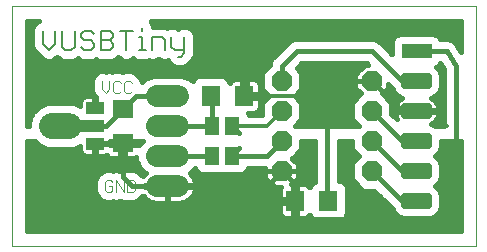
<source format=gtl>
G75*
%MOIN*%
%OFA0B0*%
%FSLAX24Y24*%
%IPPOS*%
%LPD*%
%AMOC8*
5,1,8,0,0,1.08239X$1,22.5*
%
%ADD10C,0.0000*%
%ADD11C,0.0060*%
%ADD12C,0.0030*%
%ADD13R,0.0630X0.0709*%
%ADD14C,0.0720*%
%ADD15R,0.0512X0.0591*%
%ADD16R,0.0630X0.0710*%
%ADD17R,0.1000X0.0500*%
%ADD18C,0.0250*%
%ADD19R,0.0709X0.0630*%
%ADD20R,0.0591X0.0394*%
%ADD21R,0.0787X0.0394*%
%ADD22C,0.0866*%
%ADD23OC8,0.0680*%
%ADD24C,0.0160*%
%ADD25C,0.0120*%
D10*
X000100Y000100D02*
X000100Y008096D01*
X015570Y008096D01*
X015570Y000100D01*
X000100Y000100D01*
D11*
X005641Y006416D02*
X005747Y006416D01*
X005854Y006523D01*
X005854Y007057D01*
X005427Y007057D02*
X005427Y006737D01*
X005534Y006630D01*
X005854Y006630D01*
X005209Y006630D02*
X005209Y006950D01*
X005103Y007057D01*
X004782Y007057D01*
X004782Y006630D01*
X004566Y006630D02*
X004353Y006630D01*
X004460Y006630D02*
X004460Y007057D01*
X004353Y007057D01*
X004460Y007271D02*
X004460Y007377D01*
X004135Y007271D02*
X003708Y007271D01*
X003922Y007271D02*
X003922Y006630D01*
X003491Y006737D02*
X003491Y006844D01*
X003384Y006950D01*
X003064Y006950D01*
X002846Y006844D02*
X002846Y006737D01*
X002739Y006630D01*
X002526Y006630D01*
X002419Y006737D01*
X002202Y006737D02*
X002095Y006630D01*
X001881Y006630D01*
X001775Y006737D01*
X001775Y007271D01*
X001557Y007271D02*
X001557Y006844D01*
X001344Y006630D01*
X001130Y006844D01*
X001130Y007271D01*
X002202Y007271D02*
X002202Y006737D01*
X002419Y007057D02*
X002526Y006950D01*
X002739Y006950D01*
X002846Y006844D01*
X003064Y006630D02*
X003384Y006630D01*
X003491Y006737D01*
X003384Y006950D02*
X003491Y007057D01*
X003491Y007164D01*
X003384Y007271D01*
X003064Y007271D01*
X003064Y006630D01*
X002419Y007057D02*
X002419Y007164D01*
X002526Y007271D01*
X002739Y007271D01*
X002846Y007164D01*
D12*
X003115Y005585D02*
X003115Y005338D01*
X003238Y005215D01*
X003362Y005338D01*
X003362Y005585D01*
X003483Y005524D02*
X003483Y005277D01*
X003545Y005215D01*
X003668Y005215D01*
X003730Y005277D01*
X003852Y005277D02*
X003913Y005215D01*
X004037Y005215D01*
X004099Y005277D01*
X003852Y005277D02*
X003852Y005524D01*
X003913Y005585D01*
X004037Y005585D01*
X004099Y005524D01*
X003730Y005524D02*
X003668Y005585D01*
X003545Y005585D01*
X003483Y005524D01*
X003400Y002285D02*
X003277Y002285D01*
X003215Y002224D01*
X003215Y001977D01*
X003277Y001915D01*
X003400Y001915D01*
X003462Y001977D01*
X003462Y002100D01*
X003338Y002100D01*
X003462Y002224D02*
X003400Y002285D01*
X003583Y002285D02*
X003830Y001915D01*
X003830Y002285D01*
X003952Y002285D02*
X004137Y002285D01*
X004199Y002224D01*
X004199Y001977D01*
X004137Y001915D01*
X003952Y001915D01*
X003952Y002285D01*
X003583Y002285D02*
X003583Y001915D01*
D13*
X009549Y001600D03*
X010651Y001600D03*
D14*
X005660Y002100D02*
X004940Y002100D01*
X004940Y003100D02*
X005660Y003100D01*
X005660Y004100D02*
X004940Y004100D01*
X004940Y005100D02*
X005660Y005100D01*
D15*
X006765Y004100D03*
X007435Y004100D03*
X007435Y003100D03*
X006765Y003100D03*
D16*
X006740Y005100D03*
X007860Y005100D03*
D17*
X013600Y006600D03*
D18*
X013975Y005475D02*
X013225Y005475D01*
X013225Y005725D01*
X013975Y005725D01*
X013975Y005475D01*
X013975Y005724D02*
X013225Y005724D01*
X013225Y004475D02*
X013975Y004475D01*
X013225Y004475D02*
X013225Y004725D01*
X013975Y004725D01*
X013975Y004475D01*
X013975Y004724D02*
X013225Y004724D01*
X013225Y003475D02*
X013975Y003475D01*
X013225Y003475D02*
X013225Y003725D01*
X013975Y003725D01*
X013975Y003475D01*
X013975Y003724D02*
X013225Y003724D01*
X013225Y002475D02*
X013975Y002475D01*
X013225Y002475D02*
X013225Y002725D01*
X013975Y002725D01*
X013975Y002475D01*
X013975Y002724D02*
X013225Y002724D01*
X013225Y001475D02*
X013975Y001475D01*
X013225Y001475D02*
X013225Y001725D01*
X013975Y001725D01*
X013975Y001475D01*
X013975Y001724D02*
X013225Y001724D01*
D19*
X003800Y003549D03*
X003800Y004651D03*
D20*
X002880Y004690D03*
X002880Y003510D03*
D21*
X002780Y004100D03*
D22*
X002025Y004100D02*
X001435Y004100D01*
D23*
X009100Y003600D03*
X009100Y002600D03*
X012100Y002600D03*
X012100Y003600D03*
X012100Y004600D03*
X012100Y005600D03*
X009100Y005600D03*
X009100Y004600D03*
D24*
X009760Y004609D02*
X011440Y004609D01*
X011440Y004767D02*
X009760Y004767D01*
X009760Y004873D02*
X009533Y005100D01*
X009760Y005327D01*
X009760Y005873D01*
X009600Y006034D01*
X009766Y006200D01*
X011934Y006200D01*
X011994Y006140D01*
X011876Y006140D01*
X011560Y005824D01*
X011560Y005600D01*
X012100Y005600D01*
X013100Y004600D01*
X013600Y004600D01*
X013645Y004609D02*
X014500Y004609D01*
X014300Y004645D02*
X014300Y004757D01*
X014288Y004820D01*
X014263Y004879D01*
X014227Y004932D01*
X014182Y004977D01*
X014129Y005013D01*
X014076Y005035D01*
X014227Y005098D01*
X014352Y005223D01*
X014420Y005386D01*
X014420Y005814D01*
X014352Y005977D01*
X014260Y006070D01*
X014281Y006079D01*
X014371Y006169D01*
X014380Y006189D01*
X014500Y005989D01*
X014500Y004100D01*
X014229Y004100D01*
X014227Y004102D01*
X014076Y004165D01*
X014129Y004187D01*
X014182Y004223D01*
X014227Y004268D01*
X014263Y004321D01*
X014288Y004380D01*
X014300Y004443D01*
X014300Y004555D01*
X013645Y004555D01*
X013645Y004645D01*
X014300Y004645D01*
X014298Y004767D02*
X014500Y004767D01*
X014500Y004926D02*
X014232Y004926D01*
X014194Y005084D02*
X014500Y005084D01*
X014500Y005243D02*
X014360Y005243D01*
X014420Y005401D02*
X014500Y005401D01*
X014500Y005560D02*
X014420Y005560D01*
X014420Y005718D02*
X014500Y005718D01*
X014500Y005877D02*
X014394Y005877D01*
X014473Y006035D02*
X014294Y006035D01*
X014900Y006100D02*
X014600Y006600D01*
X013600Y006600D01*
X014281Y007121D02*
X014371Y007031D01*
X014384Y007000D01*
X014570Y007000D01*
X014620Y007007D01*
X014649Y007000D01*
X014680Y007000D01*
X014726Y006981D01*
X014774Y006969D01*
X014799Y006951D01*
X014827Y006939D01*
X014862Y006904D01*
X014902Y006874D01*
X014918Y006848D01*
X014939Y006827D01*
X014958Y006780D01*
X015090Y006561D01*
X015090Y007600D01*
X004732Y007600D01*
X004756Y007576D01*
X004810Y007447D01*
X004810Y007407D01*
X005172Y007407D01*
X005265Y007369D01*
X005357Y007407D01*
X005497Y007407D01*
X005625Y007354D01*
X005641Y007338D01*
X005656Y007354D01*
X005784Y007407D01*
X005924Y007407D01*
X006052Y007354D01*
X006151Y007255D01*
X006204Y007127D01*
X006204Y006454D01*
X006151Y006325D01*
X006044Y006218D01*
X005946Y006120D01*
X005817Y006066D01*
X005571Y006066D01*
X005442Y006120D01*
X005344Y006218D01*
X005312Y006294D01*
X005279Y006280D01*
X005140Y006280D01*
X005011Y006333D01*
X004996Y006349D01*
X004981Y006333D01*
X004852Y006280D01*
X004713Y006280D01*
X004674Y006296D01*
X004636Y006280D01*
X004283Y006280D01*
X004154Y006333D01*
X004137Y006351D01*
X004120Y006333D01*
X003991Y006280D01*
X003852Y006280D01*
X003723Y006333D01*
X003653Y006404D01*
X003584Y006335D01*
X003582Y006333D01*
X003582Y006333D01*
X003508Y006303D01*
X003454Y006280D01*
X002994Y006280D01*
X002902Y006318D01*
X002864Y006303D01*
X002809Y006280D01*
X002456Y006280D01*
X002328Y006333D01*
X002310Y006351D01*
X002293Y006333D01*
X002216Y006301D01*
X002164Y006280D01*
X001812Y006280D01*
X001683Y006333D01*
X001612Y006404D01*
X001542Y006333D01*
X001413Y006280D01*
X001274Y006280D01*
X001219Y006303D01*
X001145Y006333D01*
X001145Y006333D01*
X001047Y006432D01*
X000833Y006645D01*
X000780Y006774D01*
X000780Y007340D01*
X000833Y007469D01*
X000932Y007567D01*
X001011Y007600D01*
X000600Y007600D01*
X000600Y004100D01*
X000682Y004100D01*
X000682Y004250D01*
X000796Y004527D01*
X001008Y004738D01*
X001285Y004853D01*
X002175Y004853D01*
X002385Y004766D01*
X002385Y004913D01*
X002398Y004964D01*
X002425Y005010D01*
X002462Y005047D01*
X002507Y005073D01*
X002558Y005087D01*
X002861Y005087D01*
X002861Y004709D01*
X002898Y004709D01*
X002898Y005081D01*
X002831Y005149D01*
X002780Y005272D01*
X002780Y005652D01*
X002831Y005775D01*
X002925Y005869D01*
X003048Y005920D01*
X003182Y005920D01*
X003238Y005897D01*
X003295Y005920D01*
X003429Y005920D01*
X003453Y005910D01*
X003456Y005911D01*
X003478Y005920D01*
X003478Y005920D01*
X003478Y005920D01*
X003544Y005920D01*
X003612Y005920D01*
X003612Y005920D01*
X003735Y005920D01*
X003791Y005897D01*
X003825Y005911D01*
X003847Y005920D01*
X003847Y005920D01*
X003913Y005920D01*
X003980Y005920D01*
X003980Y005920D01*
X004103Y005920D01*
X004227Y005869D01*
X004321Y005775D01*
X004383Y005713D01*
X004434Y005590D01*
X004434Y005555D01*
X004555Y005676D01*
X004805Y005780D01*
X005795Y005780D01*
X006045Y005676D01*
X006134Y005588D01*
X006154Y005636D01*
X006244Y005726D01*
X006362Y005775D01*
X007119Y005775D01*
X007236Y005726D01*
X007326Y005636D01*
X007365Y005543D01*
X007385Y005578D01*
X007422Y005615D01*
X007468Y005641D01*
X007519Y005655D01*
X007782Y005655D01*
X007782Y005177D01*
X007937Y005177D01*
X008375Y005177D01*
X008375Y005481D01*
X008361Y005532D01*
X008335Y005578D01*
X008298Y005615D01*
X008252Y005641D01*
X008201Y005655D01*
X007937Y005655D01*
X007937Y005177D01*
X007937Y005023D01*
X008375Y005023D01*
X008375Y004719D01*
X008361Y004668D01*
X008335Y004622D01*
X008298Y004585D01*
X008252Y004559D01*
X008201Y004545D01*
X007975Y004545D01*
X008002Y004480D01*
X008440Y004480D01*
X008440Y004873D01*
X008667Y005100D01*
X008440Y005327D01*
X008440Y005873D01*
X008700Y006133D01*
X008700Y006180D01*
X008761Y006327D01*
X008873Y006439D01*
X009373Y006939D01*
X009520Y007000D01*
X012180Y007000D01*
X012327Y006939D01*
X012439Y006827D01*
X012780Y006486D01*
X012780Y006914D01*
X012829Y007031D01*
X012919Y007121D01*
X013036Y007170D01*
X014164Y007170D01*
X014281Y007121D01*
X014225Y007145D02*
X015090Y007145D01*
X015090Y007303D02*
X006103Y007303D01*
X006197Y007145D02*
X012975Y007145D01*
X012810Y006986D02*
X012213Y006986D01*
X012438Y006828D02*
X012780Y006828D01*
X012780Y006669D02*
X012597Y006669D01*
X012755Y006511D02*
X012780Y006511D01*
X012100Y006600D02*
X009600Y006600D01*
X009100Y006100D01*
X009100Y005600D01*
X009760Y005560D02*
X011560Y005560D01*
X011560Y005600D02*
X011560Y005376D01*
X011751Y005185D01*
X011440Y004873D01*
X011440Y004327D01*
X011667Y004100D01*
X009533Y004100D01*
X009760Y004327D01*
X009760Y004873D01*
X009708Y004926D02*
X011492Y004926D01*
X011651Y005084D02*
X009549Y005084D01*
X009676Y005243D02*
X011694Y005243D01*
X011560Y005401D02*
X009760Y005401D01*
X010100Y005100D02*
X010100Y004600D01*
X010600Y004100D01*
X009725Y004292D02*
X011475Y004292D01*
X011440Y004450D02*
X009760Y004450D01*
X009566Y004133D02*
X011634Y004133D01*
X011440Y003600D02*
X011000Y003600D01*
X011000Y002274D01*
X011030Y002274D01*
X011147Y002226D01*
X011237Y002136D01*
X011286Y002018D01*
X011286Y001182D01*
X011237Y001064D01*
X011147Y000974D01*
X011030Y000926D01*
X010273Y000926D01*
X010155Y000974D01*
X010065Y001064D01*
X010034Y001140D01*
X010024Y001123D01*
X009987Y001086D01*
X009941Y001059D01*
X009890Y001046D01*
X009626Y001046D01*
X009626Y001523D01*
X009471Y001523D01*
X009034Y001523D01*
X009034Y001219D01*
X009047Y001168D01*
X009074Y001123D01*
X009111Y001086D01*
X009157Y001059D01*
X009208Y001046D01*
X009471Y001046D01*
X009471Y001523D01*
X009471Y001677D01*
X009034Y001677D01*
X009034Y001981D01*
X009047Y002032D01*
X009064Y002060D01*
X008876Y002060D01*
X008560Y002376D01*
X008560Y002600D01*
X009100Y002600D01*
X008600Y002100D01*
X005300Y002100D01*
X004100Y002100D01*
X003800Y002400D01*
X003800Y003549D01*
X003761Y003510D01*
X002880Y003510D01*
X002898Y003499D02*
X003723Y003499D01*
X003723Y003471D02*
X003375Y003471D01*
X003375Y003491D01*
X002898Y003491D01*
X002898Y003113D01*
X003202Y003113D01*
X003252Y003127D01*
X003271Y003137D01*
X003286Y003111D01*
X003323Y003074D01*
X003368Y003047D01*
X003419Y003034D01*
X003723Y003034D01*
X003723Y003471D01*
X003877Y003471D01*
X003877Y003034D01*
X004181Y003034D01*
X004232Y003047D01*
X004260Y003064D01*
X004260Y002965D01*
X004364Y002715D01*
X004555Y002524D01*
X004567Y002519D01*
X004513Y002465D01*
X004478Y002417D01*
X004421Y002475D01*
X004327Y002569D01*
X004203Y002620D01*
X003764Y002620D01*
X003715Y002600D01*
X003714Y002601D01*
X003681Y002607D01*
X003650Y002620D01*
X003616Y002620D01*
X003584Y002627D01*
X003550Y002620D01*
X003517Y002620D01*
X003492Y002610D01*
X003467Y002620D01*
X003343Y002620D01*
X003276Y002620D01*
X003210Y002620D01*
X003188Y002611D01*
X003087Y002569D01*
X003086Y002568D01*
X002993Y002475D01*
X002931Y002413D01*
X002880Y002290D01*
X002880Y002224D01*
X002880Y001910D01*
X002931Y001787D01*
X003087Y001631D01*
X003210Y001580D01*
X003399Y001580D01*
X003467Y001580D01*
X003492Y001590D01*
X003517Y001580D01*
X003650Y001580D01*
X003698Y001600D01*
X003699Y001600D01*
X003732Y001593D01*
X003764Y001580D01*
X003797Y001580D01*
X003830Y001573D01*
X003863Y001580D01*
X004136Y001580D01*
X004203Y001580D01*
X004327Y001631D01*
X004388Y001693D01*
X004388Y001693D01*
X004478Y001783D01*
X004513Y001735D01*
X004575Y001673D01*
X004646Y001621D01*
X004725Y001581D01*
X004809Y001554D01*
X004896Y001540D01*
X005280Y001540D01*
X005280Y002080D01*
X004534Y002080D01*
X004534Y002120D01*
X005280Y002120D01*
X005280Y002080D01*
X005320Y002080D01*
X005320Y002120D01*
X006220Y002120D01*
X006220Y002144D01*
X006206Y002231D01*
X008705Y002231D01*
X008560Y002390D02*
X006141Y002390D01*
X006139Y002394D02*
X006087Y002465D01*
X006033Y002519D01*
X006045Y002524D01*
X006211Y002689D01*
X006238Y002623D01*
X006328Y002533D01*
X006446Y002485D01*
X007085Y002485D01*
X007100Y002491D01*
X007115Y002485D01*
X007754Y002485D01*
X007872Y002533D01*
X007962Y002623D01*
X007994Y002700D01*
X008560Y002700D01*
X008560Y002600D01*
X009100Y002600D01*
X009549Y002151D01*
X009549Y001600D01*
X009549Y001651D02*
X009500Y001000D01*
X014900Y001000D01*
X014900Y006100D01*
X015025Y006669D02*
X015090Y006669D01*
X015090Y006828D02*
X014938Y006828D01*
X015090Y006986D02*
X014713Y006986D01*
X015090Y007462D02*
X004803Y007462D01*
X006204Y006986D02*
X009487Y006986D01*
X009262Y006828D02*
X006204Y006828D01*
X006204Y006669D02*
X009103Y006669D01*
X008945Y006511D02*
X006204Y006511D01*
X006162Y006352D02*
X008786Y006352D01*
X008706Y006194D02*
X006019Y006194D01*
X005368Y006194D02*
X000600Y006194D01*
X000600Y006352D02*
X001127Y006352D01*
X000968Y006511D02*
X000600Y006511D01*
X000600Y006669D02*
X000823Y006669D01*
X000780Y006828D02*
X000600Y006828D01*
X000600Y006986D02*
X000780Y006986D01*
X000780Y007145D02*
X000600Y007145D01*
X000600Y007303D02*
X000780Y007303D01*
X000830Y007462D02*
X000600Y007462D01*
X001561Y006352D02*
X001664Y006352D01*
X000600Y006035D02*
X008602Y006035D01*
X008443Y005877D02*
X004209Y005877D01*
X004378Y005718D02*
X004655Y005718D01*
X004438Y005560D02*
X004434Y005560D01*
X003847Y005920D02*
X003847Y005920D01*
X003705Y006352D02*
X003601Y006352D01*
X002943Y005877D02*
X000600Y005877D01*
X000600Y005718D02*
X002807Y005718D01*
X002780Y005560D02*
X000600Y005560D01*
X000600Y005401D02*
X002780Y005401D01*
X002792Y005243D02*
X000600Y005243D01*
X000600Y005084D02*
X002547Y005084D01*
X002388Y004926D02*
X000600Y004926D01*
X000600Y004767D02*
X001077Y004767D01*
X000878Y004609D02*
X000600Y004609D01*
X000600Y004450D02*
X000765Y004450D01*
X000699Y004292D02*
X000600Y004292D01*
X000600Y004133D02*
X000682Y004133D01*
X000600Y003600D02*
X000870Y003600D01*
X001008Y003462D01*
X001285Y003347D01*
X002175Y003347D01*
X002385Y003434D01*
X002385Y003287D01*
X002398Y003236D01*
X002425Y003190D01*
X002462Y003153D01*
X002507Y003127D01*
X002558Y003113D01*
X002861Y003113D01*
X002861Y003491D01*
X002898Y003491D01*
X002898Y003528D01*
X003375Y003528D01*
X003375Y003600D01*
X003723Y003600D01*
X003723Y003471D01*
X003723Y003341D02*
X003877Y003341D01*
X003877Y003471D02*
X003877Y003600D01*
X004478Y003600D01*
X004364Y003485D01*
X004354Y003463D01*
X004354Y003471D01*
X003877Y003471D01*
X003877Y003499D02*
X004377Y003499D01*
X003877Y003182D02*
X003723Y003182D01*
X004260Y003024D02*
X000600Y003024D01*
X000600Y003182D02*
X002433Y003182D01*
X002385Y003341D02*
X000600Y003341D01*
X000600Y003499D02*
X000971Y003499D01*
X000600Y003600D02*
X000600Y000600D01*
X015090Y000600D01*
X015090Y003600D01*
X014420Y003600D01*
X014420Y003386D01*
X014352Y003223D01*
X014229Y003100D01*
X014352Y002977D01*
X014420Y002814D01*
X014420Y002386D01*
X014352Y002223D01*
X014229Y002100D01*
X014352Y001977D01*
X014420Y001814D01*
X014420Y001386D01*
X014352Y001223D01*
X014227Y001098D01*
X014064Y001030D01*
X013136Y001030D01*
X012973Y001098D01*
X012848Y001223D01*
X012803Y001332D01*
X012194Y001940D01*
X011827Y001940D01*
X011440Y002327D01*
X011440Y002873D01*
X011667Y003100D01*
X011440Y003327D01*
X011440Y003600D01*
X011440Y003499D02*
X011000Y003499D01*
X011000Y003341D02*
X011440Y003341D01*
X011585Y003182D02*
X011000Y003182D01*
X011000Y003024D02*
X011590Y003024D01*
X011440Y002865D02*
X011000Y002865D01*
X011000Y002707D02*
X011440Y002707D01*
X011440Y002548D02*
X011000Y002548D01*
X011000Y002390D02*
X011440Y002390D01*
X011536Y002231D02*
X011134Y002231D01*
X011264Y002073D02*
X011694Y002073D01*
X011286Y001914D02*
X012220Y001914D01*
X012379Y001756D02*
X011286Y001756D01*
X011286Y001597D02*
X012537Y001597D01*
X012696Y001439D02*
X011286Y001439D01*
X011286Y001280D02*
X012824Y001280D01*
X012949Y001122D02*
X011261Y001122D01*
X011120Y000963D02*
X015090Y000963D01*
X015090Y000805D02*
X000600Y000805D01*
X000600Y000963D02*
X010182Y000963D01*
X010041Y001122D02*
X010022Y001122D01*
X009626Y001122D02*
X009471Y001122D01*
X009471Y001280D02*
X009626Y001280D01*
X009626Y001439D02*
X009471Y001439D01*
X009471Y001597D02*
X005906Y001597D01*
X005875Y001581D02*
X005954Y001621D01*
X006025Y001673D01*
X006087Y001735D01*
X006139Y001806D01*
X006179Y001885D01*
X006206Y001969D01*
X006220Y002056D01*
X006220Y002080D01*
X005320Y002080D01*
X005320Y001540D01*
X005704Y001540D01*
X005791Y001554D01*
X005875Y001581D01*
X006102Y001756D02*
X009034Y001756D01*
X009034Y001914D02*
X006188Y001914D01*
X006220Y002073D02*
X008864Y002073D01*
X009418Y002154D02*
X009640Y002376D01*
X009640Y002600D01*
X009640Y002824D01*
X009449Y003015D01*
X009760Y003327D01*
X009760Y003600D01*
X010200Y003600D01*
X010200Y002244D01*
X010155Y002226D01*
X010065Y002136D01*
X010034Y002060D01*
X010024Y002077D01*
X009987Y002114D01*
X009941Y002141D01*
X009890Y002154D01*
X009626Y002154D01*
X009626Y001677D01*
X009471Y001677D01*
X009471Y002154D01*
X009418Y002154D01*
X009471Y002073D02*
X009626Y002073D01*
X009626Y001914D02*
X009471Y001914D01*
X009471Y001756D02*
X009626Y001756D01*
X010026Y002073D02*
X010039Y002073D01*
X010168Y002231D02*
X009495Y002231D01*
X009640Y002390D02*
X010200Y002390D01*
X010200Y002548D02*
X009640Y002548D01*
X009640Y002600D02*
X009100Y002600D01*
X009640Y002600D01*
X009640Y002707D02*
X010200Y002707D01*
X010200Y002865D02*
X009599Y002865D01*
X009457Y003024D02*
X010200Y003024D01*
X010200Y003182D02*
X009615Y003182D01*
X009760Y003341D02*
X010200Y003341D01*
X010200Y003499D02*
X009760Y003499D01*
X009100Y003600D02*
X008600Y003100D01*
X007435Y003100D01*
X007685Y003350D01*
X007685Y003850D02*
X007435Y004100D01*
X006765Y004100D02*
X006765Y005075D01*
X006740Y005100D01*
X007358Y005560D02*
X007374Y005560D01*
X007245Y005718D02*
X008440Y005718D01*
X008440Y005560D02*
X008345Y005560D01*
X008375Y005401D02*
X008440Y005401D01*
X008375Y005243D02*
X008524Y005243D01*
X008651Y005084D02*
X007937Y005084D01*
X007937Y005243D02*
X007782Y005243D01*
X007782Y005401D02*
X007937Y005401D01*
X007937Y005560D02*
X007782Y005560D01*
X008375Y004926D02*
X008492Y004926D01*
X008440Y004767D02*
X008375Y004767D01*
X008321Y004609D02*
X008440Y004609D01*
X006765Y004100D02*
X005300Y004100D01*
X004249Y005100D02*
X003800Y004651D01*
X003249Y004100D01*
X001730Y004100D01*
X002383Y004767D02*
X002385Y004767D01*
X002861Y004767D02*
X002898Y004767D01*
X002898Y004926D02*
X002861Y004926D01*
X002861Y005084D02*
X002896Y005084D01*
X004249Y005100D02*
X005300Y005100D01*
X005945Y005718D02*
X006236Y005718D01*
X009601Y006035D02*
X011771Y006035D01*
X011613Y005877D02*
X009757Y005877D01*
X009760Y005718D02*
X011560Y005718D01*
X011560Y005600D02*
X012100Y005600D01*
X012100Y005600D01*
X012449Y005185D02*
X012640Y005376D01*
X012640Y005494D01*
X012803Y005332D01*
X012848Y005223D01*
X012973Y005098D01*
X013124Y005035D01*
X013071Y005013D01*
X013018Y004977D01*
X012973Y004932D01*
X012937Y004879D01*
X012912Y004820D01*
X012900Y004757D01*
X012900Y004645D01*
X013555Y004645D01*
X013555Y004555D01*
X012900Y004555D01*
X012900Y004443D01*
X012912Y004380D01*
X012932Y004334D01*
X012760Y004506D01*
X012760Y004873D01*
X012449Y005185D01*
X012506Y005243D02*
X012840Y005243D01*
X012733Y005401D02*
X012640Y005401D01*
X013100Y005600D02*
X012100Y006600D01*
X011941Y006194D02*
X009759Y006194D01*
X012549Y005084D02*
X013006Y005084D01*
X012968Y004926D02*
X012708Y004926D01*
X012760Y004767D02*
X012902Y004767D01*
X012760Y004609D02*
X013555Y004609D01*
X012900Y004450D02*
X012816Y004450D01*
X012100Y004600D02*
X013100Y003600D01*
X013600Y003600D01*
X014311Y003182D02*
X015090Y003182D01*
X015090Y003024D02*
X014306Y003024D01*
X014399Y002865D02*
X015090Y002865D01*
X015090Y002707D02*
X014420Y002707D01*
X014420Y002548D02*
X015090Y002548D01*
X015090Y002390D02*
X014420Y002390D01*
X014356Y002231D02*
X015090Y002231D01*
X015090Y002073D02*
X014257Y002073D01*
X014378Y001914D02*
X015090Y001914D01*
X015090Y001756D02*
X014420Y001756D01*
X014420Y001597D02*
X015090Y001597D01*
X015090Y001439D02*
X014420Y001439D01*
X014376Y001280D02*
X015090Y001280D01*
X015090Y001122D02*
X014251Y001122D01*
X013600Y001600D02*
X013100Y001600D01*
X012100Y002600D01*
X013100Y002600D02*
X012100Y003600D01*
X013100Y002600D02*
X013600Y002600D01*
X014401Y003341D02*
X015090Y003341D01*
X015090Y003499D02*
X014420Y003499D01*
X014500Y004133D02*
X014153Y004133D01*
X014243Y004292D02*
X014500Y004292D01*
X014500Y004450D02*
X014300Y004450D01*
X013600Y005600D02*
X013100Y005600D01*
X010600Y004600D02*
X010600Y001600D01*
X009034Y001439D02*
X000600Y001439D01*
X000600Y001280D02*
X009034Y001280D01*
X009075Y001122D02*
X000600Y001122D01*
X000600Y001597D02*
X003169Y001597D01*
X002962Y001756D02*
X000600Y001756D01*
X000600Y001914D02*
X002880Y001914D01*
X002880Y002073D02*
X000600Y002073D01*
X000600Y002231D02*
X002880Y002231D01*
X002921Y002390D02*
X000600Y002390D01*
X000600Y002548D02*
X003066Y002548D01*
X003087Y002569D02*
X003087Y002569D01*
X002993Y002475D02*
X002993Y002475D01*
X002931Y002413D02*
X002931Y002413D01*
X003210Y002620D02*
X003210Y002620D01*
X003210Y002620D01*
X003343Y002620D02*
X003343Y002620D01*
X004301Y002865D02*
X000600Y002865D01*
X000600Y002707D02*
X004372Y002707D01*
X004348Y002548D02*
X004530Y002548D01*
X005249Y002100D02*
X005300Y002100D01*
X005280Y002073D02*
X005320Y002073D01*
X005320Y001914D02*
X005280Y001914D01*
X005280Y001756D02*
X005320Y001756D01*
X005320Y001597D02*
X005280Y001597D01*
X004694Y001597D02*
X004245Y001597D01*
X004327Y001631D02*
X004327Y001631D01*
X004327Y001631D01*
X004451Y001756D02*
X004498Y001756D01*
X003712Y001597D02*
X003691Y001597D01*
X006070Y002548D02*
X006314Y002548D01*
X006139Y002394D02*
X006179Y002315D01*
X006206Y002231D01*
X006765Y003100D02*
X005300Y003100D01*
X002898Y003182D02*
X002861Y003182D01*
X002861Y003341D02*
X002898Y003341D01*
X007886Y002548D02*
X008560Y002548D01*
X009100Y002600D02*
X009100Y002600D01*
X009100Y002600D01*
X015090Y000646D02*
X000600Y000646D01*
D25*
X007435Y004100D02*
X008600Y004100D01*
X009100Y004600D01*
X010100Y005100D02*
X007860Y005100D01*
X003100Y004600D02*
X002898Y004709D01*
X002880Y004690D02*
X003100Y004600D01*
X010600Y001600D02*
X010651Y001600D01*
X014500Y004100D02*
X014600Y004100D01*
M02*

</source>
